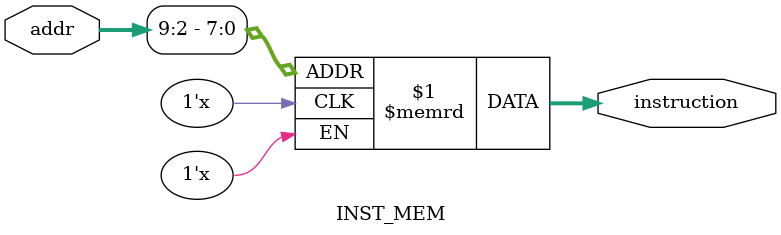
<source format=v>
module INST_MEM (
    input [31:0] addr,
    output [31:0] instruction
);

    reg [31:0] memory [0:255];  // Define 256 x 32-bit memory for instructions

    assign instruction = memory[addr[9:2]];  // Fetch instruction based on address
endmodule


</source>
